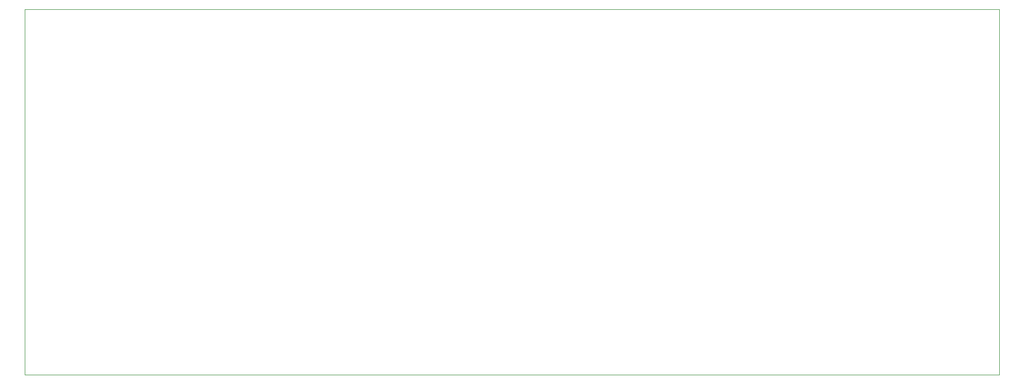
<source format=gbr>
%TF.GenerationSoftware,KiCad,Pcbnew,9.0.1*%
%TF.CreationDate,2025-07-12T13:39:09+10:00*%
%TF.ProjectId,TvcTHTPcb,54766354-4854-4506-9362-2e6b69636164,rev?*%
%TF.SameCoordinates,Original*%
%TF.FileFunction,Profile,NP*%
%FSLAX46Y46*%
G04 Gerber Fmt 4.6, Leading zero omitted, Abs format (unit mm)*
G04 Created by KiCad (PCBNEW 9.0.1) date 2025-07-12 13:39:09*
%MOMM*%
%LPD*%
G01*
G04 APERTURE LIST*
%TA.AperFunction,Profile*%
%ADD10C,0.050000*%
%TD*%
G04 APERTURE END LIST*
D10*
X71000000Y-72000000D02*
X231000000Y-72000000D01*
X231000000Y-132000000D01*
X71000000Y-132000000D01*
X71000000Y-72000000D01*
M02*

</source>
